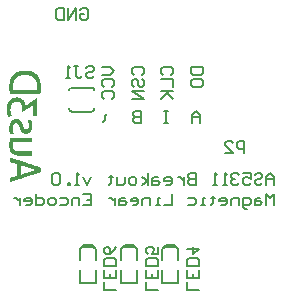
<source format=gbo>
G04 Layer_Color=32896*
%FSLAX44Y44*%
%MOMM*%
G71*
G01*
G75*
%ADD23C,0.2032*%
%ADD24C,0.1270*%
%ADD26C,0.1800*%
%ADD37C,0.2000*%
G36*
X-109915Y23486D02*
X-109732Y23470D01*
X-109565Y23453D01*
X-109432Y23436D01*
X-109315Y23420D01*
X-109248Y23403D01*
X-109232D01*
X-108882Y23336D01*
X-108715Y23303D01*
X-108582Y23270D01*
X-108465Y23220D01*
X-108365Y23203D01*
X-108315Y23170D01*
X-108299D01*
X-107999Y23020D01*
X-107865Y22953D01*
X-107749Y22887D01*
X-107649Y22836D01*
X-107582Y22787D01*
X-107532Y22770D01*
X-107515Y22753D01*
X-107265Y22587D01*
X-107065Y22437D01*
X-106982Y22370D01*
X-106916Y22320D01*
X-106882Y22287D01*
X-106866Y22270D01*
X-106649Y22053D01*
X-106482Y21853D01*
X-106416Y21770D01*
X-106366Y21703D01*
X-106332Y21670D01*
X-106316Y21653D01*
X-106132Y21404D01*
X-105982Y21170D01*
X-105933Y21070D01*
X-105883Y20987D01*
X-105866Y20937D01*
X-105849Y20920D01*
X-105716Y20637D01*
X-105649Y20504D01*
X-105599Y20370D01*
X-105549Y20271D01*
X-105516Y20187D01*
X-105483Y20137D01*
Y20120D01*
X-105366Y19821D01*
X-105316Y19671D01*
X-105283Y19554D01*
X-105233Y19437D01*
X-105216Y19354D01*
X-105183Y19304D01*
Y19287D01*
X-105116Y19121D01*
X-105083Y18987D01*
X-105049Y18904D01*
X-105033Y18854D01*
Y18821D01*
X-105016Y18787D01*
X-104999Y18737D01*
X-104983Y18671D01*
X-104916Y18504D01*
X-104833Y18288D01*
X-104766Y18071D01*
X-104699Y17888D01*
X-104666Y17821D01*
X-104649Y17754D01*
X-104633Y17721D01*
Y17704D01*
X-104566Y17471D01*
X-104500Y17271D01*
X-104466Y17188D01*
X-104450Y17121D01*
X-104433Y17088D01*
Y17071D01*
X-104333Y16855D01*
X-104266Y16671D01*
X-104233Y16588D01*
X-104216Y16538D01*
X-104200Y16505D01*
Y16488D01*
X-104116Y16288D01*
X-104050Y16121D01*
X-104016Y16055D01*
X-103983Y16005D01*
X-103966Y15972D01*
Y15955D01*
X-103866Y15788D01*
X-103766Y15638D01*
X-103700Y15538D01*
X-103683Y15522D01*
Y15505D01*
X-103566Y15338D01*
X-103466Y15222D01*
X-103383Y15138D01*
X-103350Y15105D01*
X-103216Y14988D01*
X-103083Y14905D01*
X-102983Y14839D01*
X-102966Y14822D01*
X-102950D01*
X-102783Y14739D01*
X-102633Y14672D01*
X-102517Y14639D01*
X-102500Y14622D01*
X-102483D01*
X-102283Y14589D01*
X-102100Y14572D01*
X-102034Y14555D01*
X-101917D01*
X-101700Y14572D01*
X-101500Y14605D01*
X-101334Y14639D01*
X-101184Y14689D01*
X-101067Y14739D01*
X-100967Y14789D01*
X-100917Y14805D01*
X-100900Y14822D01*
X-100750Y14938D01*
X-100617Y15055D01*
X-100517Y15188D01*
X-100417Y15305D01*
X-100351Y15422D01*
X-100301Y15505D01*
X-100267Y15572D01*
X-100251Y15588D01*
X-100101Y15988D01*
X-100051Y16171D01*
X-100001Y16338D01*
X-99951Y16488D01*
X-99917Y16605D01*
X-99901Y16671D01*
Y16705D01*
X-99834Y17155D01*
X-99817Y17355D01*
X-99801Y17555D01*
X-99784Y17721D01*
Y17838D01*
Y17921D01*
Y17954D01*
Y18188D01*
X-99801Y18404D01*
Y18621D01*
X-99817Y18804D01*
X-99834Y18954D01*
Y19071D01*
X-99851Y19137D01*
Y19171D01*
X-99917Y19587D01*
X-99951Y19787D01*
X-99984Y19954D01*
X-100017Y20104D01*
X-100034Y20204D01*
X-100067Y20287D01*
Y20304D01*
X-100151Y20704D01*
X-100201Y20870D01*
X-100234Y21020D01*
X-100267Y21154D01*
X-100301Y21254D01*
X-100317Y21320D01*
Y21337D01*
X-100417Y21670D01*
X-100467Y21820D01*
X-100517Y21953D01*
X-100550Y22070D01*
X-100584Y22153D01*
X-100601Y22203D01*
Y22220D01*
X-100367Y22320D01*
X-100167Y22403D01*
X-100084Y22420D01*
X-100017Y22453D01*
X-99984Y22470D01*
X-99967D01*
X-99717Y22553D01*
X-99501Y22636D01*
X-99417Y22653D01*
X-99351Y22670D01*
X-99301Y22687D01*
X-99284D01*
X-99018Y22753D01*
X-98901Y22787D01*
X-98784Y22803D01*
X-98701Y22820D01*
X-98634Y22836D01*
X-98584Y22853D01*
X-98568D01*
X-98301Y22903D01*
X-98068Y22936D01*
X-97968Y22953D01*
X-97901Y22970D01*
X-97835D01*
X-97718Y22570D01*
X-97651Y22387D01*
X-97601Y22220D01*
X-97568Y22070D01*
X-97535Y21953D01*
X-97501Y21887D01*
Y21853D01*
X-97385Y21420D01*
X-97335Y21204D01*
X-97301Y21004D01*
X-97251Y20837D01*
X-97235Y20704D01*
X-97201Y20620D01*
Y20587D01*
X-97118Y20104D01*
X-97085Y19871D01*
X-97051Y19671D01*
X-97035Y19487D01*
X-97018Y19354D01*
X-97001Y19271D01*
Y19237D01*
X-96968Y18737D01*
Y18488D01*
X-96951Y18288D01*
Y18104D01*
Y17954D01*
Y17871D01*
Y17854D01*
Y17838D01*
X-96968Y17221D01*
X-97001Y16671D01*
X-97035Y16405D01*
X-97068Y16155D01*
X-97101Y15938D01*
X-97118Y15722D01*
X-97151Y15538D01*
X-97185Y15372D01*
X-97218Y15222D01*
X-97251Y15105D01*
X-97268Y15005D01*
X-97285Y14938D01*
X-97301Y14888D01*
Y14872D01*
X-97451Y14405D01*
X-97618Y13989D01*
X-97801Y13622D01*
X-97985Y13306D01*
X-98134Y13056D01*
X-98201Y12956D01*
X-98268Y12872D01*
X-98318Y12789D01*
X-98351Y12739D01*
X-98368Y12722D01*
X-98384Y12706D01*
X-98668Y12389D01*
X-98951Y12123D01*
X-99234Y11906D01*
X-99501Y11723D01*
X-99734Y11573D01*
X-99917Y11473D01*
X-99984Y11439D01*
X-100034Y11406D01*
X-100067Y11389D01*
X-100084D01*
X-100450Y11239D01*
X-100834Y11140D01*
X-101200Y11056D01*
X-101550Y11006D01*
X-101833Y10973D01*
X-101967D01*
X-102067Y10956D01*
X-102283D01*
X-102617Y10973D01*
X-102917Y10990D01*
X-103183Y11040D01*
X-103433Y11090D01*
X-103633Y11123D01*
X-103766Y11173D01*
X-103866Y11190D01*
X-103883Y11206D01*
X-103900D01*
X-104166Y11323D01*
X-104416Y11439D01*
X-104633Y11573D01*
X-104816Y11706D01*
X-104966Y11823D01*
X-105083Y11923D01*
X-105149Y11989D01*
X-105183Y12006D01*
X-105383Y12206D01*
X-105566Y12439D01*
X-105732Y12656D01*
X-105883Y12872D01*
X-106016Y13072D01*
X-106116Y13222D01*
X-106182Y13322D01*
X-106199Y13339D01*
Y13356D01*
X-106382Y13689D01*
X-106549Y14022D01*
X-106716Y14355D01*
X-106849Y14672D01*
X-106949Y14938D01*
X-106999Y15055D01*
X-107049Y15155D01*
X-107065Y15222D01*
X-107099Y15288D01*
X-107115Y15322D01*
Y15338D01*
X-107165Y15472D01*
X-107215Y15588D01*
X-107232Y15655D01*
X-107249Y15688D01*
X-107265Y15722D01*
X-107282Y15738D01*
Y15772D01*
X-107315Y15838D01*
X-107365Y15972D01*
X-107432Y16138D01*
X-107482Y16305D01*
X-107549Y16455D01*
X-107582Y16571D01*
X-107599Y16588D01*
Y16605D01*
X-107682Y16855D01*
X-107749Y17071D01*
X-107765Y17171D01*
X-107799Y17238D01*
X-107815Y17271D01*
Y17288D01*
X-107899Y17521D01*
X-107965Y17721D01*
X-107982Y17788D01*
X-108015Y17854D01*
X-108032Y17888D01*
Y17904D01*
X-108132Y18121D01*
X-108215Y18288D01*
X-108249Y18354D01*
X-108282Y18404D01*
X-108299Y18421D01*
Y18438D01*
X-108415Y18621D01*
X-108498Y18787D01*
X-108548Y18854D01*
X-108565Y18904D01*
X-108598Y18921D01*
Y18937D01*
X-108732Y19104D01*
X-108848Y19221D01*
X-108932Y19304D01*
X-108948Y19337D01*
X-108965D01*
X-109115Y19471D01*
X-109248Y19571D01*
X-109365Y19637D01*
X-109382Y19654D01*
X-109398D01*
X-109565Y19754D01*
X-109732Y19821D01*
X-109815Y19837D01*
X-109865Y19854D01*
X-109898Y19871D01*
X-109915D01*
X-110148Y19904D01*
X-110365Y19921D01*
X-110598D01*
X-110831Y19904D01*
X-111031Y19887D01*
X-111098Y19871D01*
X-111164D01*
X-111198Y19854D01*
X-111214D01*
X-111431Y19771D01*
X-111598Y19687D01*
X-111664Y19654D01*
X-111698Y19621D01*
X-111731Y19604D01*
X-111748Y19587D01*
X-111931Y19454D01*
X-112098Y19321D01*
X-112164Y19271D01*
X-112214Y19221D01*
X-112231Y19204D01*
X-112247Y19187D01*
X-112414Y19021D01*
X-112531Y18854D01*
X-112581Y18787D01*
X-112614Y18737D01*
X-112647Y18704D01*
Y18687D01*
X-112764Y18471D01*
X-112864Y18271D01*
X-112897Y18188D01*
X-112931Y18121D01*
X-112947Y18088D01*
Y18071D01*
X-113047Y17821D01*
X-113114Y17605D01*
X-113147Y17505D01*
X-113164Y17438D01*
X-113181Y17388D01*
Y17371D01*
X-113247Y17088D01*
X-113264Y16955D01*
X-113281Y16838D01*
X-113297Y16738D01*
X-113314Y16655D01*
Y16605D01*
Y16588D01*
X-113331Y16305D01*
Y16171D01*
X-113347Y16038D01*
Y15938D01*
Y15855D01*
Y15805D01*
Y15788D01*
X-113331Y15355D01*
Y15172D01*
X-113314Y14988D01*
Y14839D01*
X-113297Y14722D01*
Y14655D01*
Y14622D01*
X-113247Y14189D01*
X-113214Y14005D01*
X-113197Y13822D01*
X-113164Y13672D01*
X-113147Y13556D01*
X-113131Y13489D01*
Y13455D01*
X-113031Y13039D01*
X-112981Y12839D01*
X-112947Y12672D01*
X-112914Y12539D01*
X-112881Y12439D01*
X-112864Y12356D01*
Y12339D01*
X-112731Y11956D01*
X-112681Y11773D01*
X-112614Y11623D01*
X-112564Y11489D01*
X-112531Y11389D01*
X-112514Y11323D01*
X-112497Y11306D01*
X-112764Y11206D01*
X-112897Y11156D01*
X-112997Y11123D01*
X-113097Y11090D01*
X-113164Y11056D01*
X-113214Y11040D01*
X-113231D01*
X-113497Y10940D01*
X-113614Y10906D01*
X-113730Y10873D01*
X-113814Y10840D01*
X-113880Y10806D01*
X-113930Y10790D01*
X-113947D01*
X-114230Y10706D01*
X-114347Y10673D01*
X-114464Y10640D01*
X-114564Y10623D01*
X-114630Y10606D01*
X-114680Y10590D01*
X-114697D01*
X-114964Y10540D01*
X-115180Y10523D01*
X-115280Y10506D01*
X-115347Y10490D01*
X-115413D01*
X-115563Y10906D01*
X-115613Y11106D01*
X-115663Y11273D01*
X-115713Y11439D01*
X-115747Y11556D01*
X-115763Y11623D01*
Y11656D01*
X-115880Y12106D01*
X-115930Y12306D01*
X-115963Y12506D01*
X-115997Y12672D01*
X-116030Y12789D01*
X-116046Y12872D01*
Y12906D01*
X-116130Y13406D01*
X-116163Y13639D01*
X-116180Y13855D01*
X-116213Y14039D01*
Y14172D01*
X-116230Y14272D01*
Y14305D01*
X-116263Y14888D01*
Y15155D01*
X-116280Y15405D01*
Y15605D01*
Y15772D01*
Y15838D01*
Y15888D01*
Y15905D01*
Y15922D01*
Y16238D01*
X-116263Y16538D01*
X-116247Y16821D01*
X-116230Y17055D01*
X-116213Y17255D01*
X-116196Y17405D01*
X-116180Y17505D01*
Y17538D01*
X-116130Y17821D01*
X-116080Y18104D01*
X-116030Y18354D01*
X-115963Y18571D01*
X-115913Y18754D01*
X-115880Y18904D01*
X-115863Y18987D01*
X-115847Y19021D01*
X-115763Y19287D01*
X-115680Y19521D01*
X-115580Y19754D01*
X-115513Y19937D01*
X-115430Y20104D01*
X-115380Y20220D01*
X-115347Y20287D01*
X-115330Y20320D01*
X-115213Y20537D01*
X-115097Y20754D01*
X-114980Y20937D01*
X-114880Y21104D01*
X-114780Y21237D01*
X-114713Y21337D01*
X-114664Y21404D01*
X-114647Y21420D01*
X-114497Y21604D01*
X-114347Y21787D01*
X-114197Y21937D01*
X-114064Y22070D01*
X-113964Y22170D01*
X-113880Y22253D01*
X-113814Y22303D01*
X-113797Y22320D01*
X-113431Y22570D01*
X-113264Y22687D01*
X-113114Y22787D01*
X-112981Y22853D01*
X-112864Y22920D01*
X-112797Y22953D01*
X-112781Y22970D01*
X-112364Y23153D01*
X-112164Y23220D01*
X-111981Y23270D01*
X-111831Y23320D01*
X-111714Y23353D01*
X-111648Y23370D01*
X-111614D01*
X-111148Y23453D01*
X-110931Y23470D01*
X-110748Y23486D01*
X-110581Y23503D01*
X-110115D01*
X-109915Y23486D01*
D02*
G37*
G36*
X-97335Y7657D02*
X-97318Y7524D01*
X-97301Y7424D01*
Y7407D01*
Y7390D01*
X-97285Y7224D01*
Y7074D01*
X-97268Y7007D01*
Y6974D01*
Y6941D01*
Y6924D01*
X-97251Y6757D01*
Y6607D01*
Y6507D01*
Y6491D01*
Y6474D01*
X-97235Y6324D01*
X-97218Y6191D01*
Y6091D01*
Y6074D01*
Y6057D01*
Y5891D01*
X-97235Y5757D01*
X-97251Y5658D01*
Y5641D01*
Y5624D01*
Y5458D01*
Y5324D01*
X-97268Y5208D01*
Y5191D01*
Y5174D01*
X-97285Y4991D01*
Y4841D01*
X-97301Y4741D01*
Y4724D01*
Y4708D01*
X-97318Y4541D01*
X-97351Y4408D01*
X-97368Y4325D01*
Y4308D01*
Y4291D01*
X-112897D01*
X-113031Y3791D01*
X-113081Y3541D01*
X-113114Y3325D01*
X-113147Y3125D01*
X-113181Y2975D01*
X-113197Y2875D01*
Y2858D01*
Y2842D01*
X-113247Y2258D01*
X-113264Y1975D01*
Y1709D01*
X-113281Y1475D01*
Y1309D01*
Y1242D01*
Y1192D01*
Y1159D01*
Y1142D01*
X-113264Y709D01*
Y509D01*
X-113247Y342D01*
Y192D01*
X-113231Y92D01*
Y26D01*
Y-8D01*
X-113197Y-208D01*
X-113164Y-391D01*
X-113131Y-558D01*
X-113097Y-707D01*
X-113081Y-841D01*
X-113047Y-924D01*
X-113031Y-991D01*
Y-1007D01*
X-112931Y-1341D01*
X-112864Y-1491D01*
X-112814Y-1624D01*
X-112764Y-1741D01*
X-112714Y-1824D01*
X-112697Y-1874D01*
X-112681Y-1891D01*
X-112497Y-2157D01*
X-112414Y-2290D01*
X-112331Y-2390D01*
X-112264Y-2474D01*
X-112198Y-2540D01*
X-112164Y-2590D01*
X-112148Y-2607D01*
X-111881Y-2824D01*
X-111631Y-3007D01*
X-111514Y-3074D01*
X-111431Y-3124D01*
X-111381Y-3157D01*
X-111364Y-3174D01*
X-111014Y-3340D01*
X-110848Y-3407D01*
X-110698Y-3473D01*
X-110548Y-3507D01*
X-110448Y-3540D01*
X-110381Y-3573D01*
X-110348D01*
X-109915Y-3690D01*
X-109698Y-3723D01*
X-109498Y-3757D01*
X-109332Y-3790D01*
X-109198Y-3807D01*
X-109115Y-3823D01*
X-109082D01*
X-108532Y-3857D01*
X-108265Y-3873D01*
X-108015D01*
X-107799Y-3890D01*
X-97368D01*
X-97335Y-4057D01*
X-97318Y-4190D01*
X-97301Y-4290D01*
Y-4307D01*
Y-4323D01*
X-97285Y-4490D01*
Y-4640D01*
X-97268Y-4757D01*
Y-4773D01*
Y-4790D01*
X-97251Y-4973D01*
Y-5140D01*
Y-5206D01*
Y-5256D01*
Y-5273D01*
Y-5290D01*
X-97235Y-5440D01*
X-97218Y-5573D01*
Y-5673D01*
Y-5689D01*
Y-5706D01*
Y-5839D01*
X-97235Y-5973D01*
X-97251Y-6073D01*
Y-6089D01*
Y-6106D01*
Y-6256D01*
Y-6406D01*
X-97268Y-6473D01*
Y-6523D01*
Y-6556D01*
Y-6573D01*
X-97285Y-6789D01*
X-97318Y-6973D01*
X-97335Y-7122D01*
Y-7239D01*
X-97351Y-7339D01*
X-97368Y-7422D01*
Y-7456D01*
Y-7472D01*
X-107632D01*
X-108149Y-7456D01*
X-108615Y-7439D01*
X-109032Y-7406D01*
X-109398Y-7372D01*
X-109565Y-7356D01*
X-109715Y-7339D01*
X-109831D01*
X-109931Y-7322D01*
X-110015Y-7306D01*
X-110081Y-7289D01*
X-110131D01*
X-110531Y-7222D01*
X-110914Y-7139D01*
X-111248Y-7056D01*
X-111531Y-6973D01*
X-111764Y-6906D01*
X-111948Y-6839D01*
X-112014Y-6823D01*
X-112064Y-6806D01*
X-112081Y-6789D01*
X-112098D01*
X-112397Y-6656D01*
X-112697Y-6523D01*
X-112947Y-6389D01*
X-113164Y-6256D01*
X-113347Y-6139D01*
X-113481Y-6056D01*
X-113564Y-5990D01*
X-113597Y-5973D01*
X-113830Y-5789D01*
X-114047Y-5606D01*
X-114247Y-5440D01*
X-114414Y-5273D01*
X-114547Y-5140D01*
X-114647Y-5023D01*
X-114713Y-4956D01*
X-114730Y-4923D01*
X-114897Y-4690D01*
X-115047Y-4473D01*
X-115180Y-4257D01*
X-115297Y-4057D01*
X-115380Y-3890D01*
X-115463Y-3757D01*
X-115497Y-3673D01*
X-115513Y-3640D01*
X-115713Y-3107D01*
X-115797Y-2857D01*
X-115863Y-2624D01*
X-115913Y-2440D01*
X-115947Y-2290D01*
X-115980Y-2190D01*
Y-2157D01*
X-116030Y-1857D01*
X-116080Y-1574D01*
X-116113Y-1291D01*
X-116146Y-1041D01*
X-116180Y-841D01*
X-116196Y-674D01*
Y-624D01*
X-116213Y-574D01*
Y-558D01*
Y-541D01*
X-116230Y-224D01*
X-116247Y92D01*
X-116263Y376D01*
Y642D01*
X-116280Y875D01*
Y1042D01*
Y1109D01*
Y1159D01*
Y1175D01*
Y1192D01*
Y1542D01*
X-116263Y1875D01*
Y2175D01*
X-116247Y2458D01*
X-116230Y2692D01*
Y2875D01*
X-116213Y2942D01*
Y2992D01*
Y3008D01*
Y3025D01*
X-116180Y3358D01*
X-116130Y3675D01*
X-116096Y3975D01*
X-116046Y4241D01*
X-116013Y4475D01*
X-115980Y4641D01*
Y4708D01*
X-115963Y4758D01*
Y4774D01*
Y4791D01*
X-115897Y5124D01*
X-115847Y5424D01*
X-115780Y5707D01*
X-115730Y5941D01*
X-115697Y6157D01*
X-115663Y6307D01*
X-115630Y6407D01*
Y6441D01*
X-115563Y6707D01*
X-115497Y6957D01*
X-115430Y7190D01*
X-115380Y7407D01*
X-115347Y7574D01*
X-115313Y7690D01*
X-115280Y7774D01*
Y7807D01*
X-97368D01*
X-97335Y7657D01*
D02*
G37*
G36*
X-115547Y-9055D02*
X-115280Y-9139D01*
X-115030Y-9222D01*
X-114813Y-9289D01*
X-114647Y-9339D01*
X-114514Y-9389D01*
X-114430Y-9405D01*
X-114397Y-9422D01*
X-114164Y-9489D01*
X-113947Y-9555D01*
X-113764Y-9622D01*
X-113597Y-9672D01*
X-113447Y-9705D01*
X-113347Y-9739D01*
X-113281Y-9772D01*
X-113264D01*
X-112847Y-9905D01*
X-112497Y-10038D01*
X-112198Y-10138D01*
X-111948Y-10205D01*
X-111764Y-10272D01*
X-111631Y-10322D01*
X-111548Y-10338D01*
X-111514Y-10355D01*
X-111281Y-10438D01*
X-111048Y-10505D01*
X-110815Y-10588D01*
X-110581Y-10655D01*
X-110398Y-10722D01*
X-110248Y-10772D01*
X-110148Y-10805D01*
X-110131Y-10822D01*
X-110115D01*
X-109915Y-10872D01*
X-109732Y-10921D01*
X-109665Y-10955D01*
X-109598Y-10971D01*
X-109565Y-10988D01*
X-109548D01*
X-109298Y-11071D01*
X-109082Y-11155D01*
X-108982Y-11171D01*
X-108915Y-11205D01*
X-108865Y-11221D01*
X-108848D01*
X-108548Y-11321D01*
X-108399Y-11355D01*
X-108265Y-11405D01*
X-108149Y-11438D01*
X-108065Y-11471D01*
X-107999Y-11505D01*
X-107982D01*
X-107615Y-11621D01*
X-107432Y-11688D01*
X-107265Y-11738D01*
X-107132Y-11788D01*
X-107015Y-11821D01*
X-106949Y-11838D01*
X-106916Y-11855D01*
X-106549Y-11971D01*
X-106182Y-12088D01*
X-105816Y-12205D01*
X-105466Y-12321D01*
X-105166Y-12405D01*
X-105033Y-12455D01*
X-104933Y-12488D01*
X-104833Y-12521D01*
X-104766Y-12538D01*
X-104733Y-12555D01*
X-104716D01*
X-104233Y-12721D01*
X-103716Y-12888D01*
X-103233Y-13038D01*
X-102767Y-13188D01*
X-102550Y-13254D01*
X-102367Y-13321D01*
X-102200Y-13388D01*
X-102050Y-13421D01*
X-101933Y-13471D01*
X-101833Y-13504D01*
X-101784Y-13521D01*
X-101767D01*
X-101350Y-13654D01*
X-100934Y-13787D01*
X-100084Y-14071D01*
X-99234Y-14337D01*
X-98834Y-14471D01*
X-98451Y-14604D01*
X-98084Y-14721D01*
X-97768Y-14820D01*
X-97468Y-14921D01*
X-97218Y-15004D01*
X-97018Y-15071D01*
X-96868Y-15104D01*
X-96768Y-15137D01*
X-96735Y-15154D01*
X-96185Y-15337D01*
X-95602Y-15520D01*
X-94452Y-15904D01*
X-93869Y-16087D01*
X-93302Y-16270D01*
X-92769Y-16437D01*
X-92253Y-16603D01*
X-91769Y-16770D01*
X-91320Y-16903D01*
X-90936Y-17037D01*
X-90586Y-17137D01*
X-90436Y-17187D01*
X-90320Y-17237D01*
X-90203Y-17270D01*
X-90103Y-17303D01*
X-90036Y-17320D01*
X-89986Y-17337D01*
X-89953Y-17353D01*
X-89937D01*
X-89903Y-17536D01*
X-89887Y-17703D01*
Y-17770D01*
X-89870Y-17820D01*
Y-17836D01*
Y-17853D01*
X-89853Y-18053D01*
Y-18220D01*
X-89837Y-18303D01*
Y-18353D01*
Y-18386D01*
Y-18403D01*
X-89820Y-18603D01*
Y-18770D01*
Y-18836D01*
Y-18886D01*
Y-18920D01*
Y-18936D01*
X-89803Y-19119D01*
Y-19286D01*
Y-19353D01*
Y-19403D01*
Y-19436D01*
Y-19453D01*
Y-19653D01*
Y-19819D01*
X-89820Y-19903D01*
Y-19953D01*
Y-19986D01*
Y-20003D01*
Y-20203D01*
Y-20386D01*
X-89837Y-20452D01*
Y-20502D01*
Y-20536D01*
Y-20552D01*
X-89853Y-20752D01*
Y-20919D01*
X-89870Y-20986D01*
Y-21036D01*
Y-21069D01*
Y-21086D01*
X-89887Y-21269D01*
X-89920Y-21419D01*
X-89937Y-21535D01*
Y-21552D01*
Y-21569D01*
X-90237Y-21669D01*
X-90520Y-21752D01*
X-90770Y-21835D01*
X-90986Y-21902D01*
X-91153Y-21969D01*
X-91286Y-22019D01*
X-91369Y-22035D01*
X-91403Y-22052D01*
X-91636Y-22119D01*
X-91836Y-22185D01*
X-92036Y-22252D01*
X-92203Y-22302D01*
X-92336Y-22335D01*
X-92436Y-22369D01*
X-92503Y-22402D01*
X-92519D01*
X-92936Y-22535D01*
X-93286Y-22652D01*
X-93586Y-22752D01*
X-93836Y-22835D01*
X-94036Y-22902D01*
X-94169Y-22952D01*
X-94252Y-22968D01*
X-94285Y-22985D01*
X-94519Y-23068D01*
X-94752Y-23135D01*
X-94985Y-23218D01*
X-95202Y-23285D01*
X-95402Y-23352D01*
X-95552Y-23385D01*
X-95652Y-23418D01*
X-95668Y-23435D01*
X-95685D01*
X-95868Y-23502D01*
X-96052Y-23568D01*
X-96118Y-23585D01*
X-96185Y-23602D01*
X-96218Y-23618D01*
X-96235D01*
X-96485Y-23702D01*
X-96718Y-23768D01*
X-96802Y-23802D01*
X-96885Y-23835D01*
X-96935Y-23852D01*
X-96951D01*
X-97251Y-23951D01*
X-97385Y-23985D01*
X-97518Y-24035D01*
X-97635Y-24068D01*
X-97718Y-24102D01*
X-97785Y-24135D01*
X-97801D01*
X-98168Y-24251D01*
X-98351Y-24318D01*
X-98518Y-24368D01*
X-98668Y-24418D01*
X-98784Y-24451D01*
X-98851Y-24468D01*
X-98884Y-24485D01*
X-99251Y-24601D01*
X-99617Y-24718D01*
X-99984Y-24835D01*
X-100334Y-24951D01*
X-100634Y-25051D01*
X-100767Y-25101D01*
X-100867Y-25135D01*
X-100967Y-25168D01*
X-101034Y-25185D01*
X-101067Y-25201D01*
X-101084D01*
X-101567Y-25351D01*
X-102083Y-25518D01*
X-102567Y-25684D01*
X-103017Y-25818D01*
X-103233Y-25901D01*
X-103416Y-25951D01*
X-103583Y-26018D01*
X-103733Y-26051D01*
X-103850Y-26101D01*
X-103950Y-26134D01*
X-104000Y-26151D01*
X-104016D01*
X-104416Y-26284D01*
X-104849Y-26418D01*
X-105699Y-26701D01*
X-106549Y-26967D01*
X-106949Y-27101D01*
X-107332Y-27234D01*
X-107699Y-27351D01*
X-108032Y-27451D01*
X-108315Y-27551D01*
X-108582Y-27634D01*
X-108782Y-27701D01*
X-108932Y-27734D01*
X-109032Y-27767D01*
X-109048Y-27784D01*
X-109065D01*
X-109615Y-27967D01*
X-110181Y-28150D01*
X-111348Y-28534D01*
X-111914Y-28717D01*
X-112481Y-28900D01*
X-113031Y-29084D01*
X-113547Y-29250D01*
X-114030Y-29400D01*
X-114464Y-29550D01*
X-114864Y-29683D01*
X-115197Y-29783D01*
X-115347Y-29833D01*
X-115463Y-29883D01*
X-115580Y-29917D01*
X-115680Y-29950D01*
X-115747Y-29967D01*
X-115797Y-29983D01*
X-115830Y-30000D01*
X-115847D01*
X-115880Y-29850D01*
X-115913Y-29717D01*
X-115930Y-29617D01*
Y-29600D01*
Y-29583D01*
X-115947Y-29417D01*
Y-29283D01*
X-115963Y-29167D01*
Y-29150D01*
Y-29134D01*
X-115980Y-28950D01*
Y-28784D01*
Y-28734D01*
Y-28684D01*
Y-28650D01*
Y-28634D01*
X-115997Y-28450D01*
Y-28284D01*
Y-28234D01*
Y-28184D01*
Y-28150D01*
Y-28134D01*
Y-27967D01*
X-115980Y-27817D01*
Y-27701D01*
Y-27684D01*
Y-27667D01*
Y-27484D01*
X-115963Y-27334D01*
Y-27267D01*
Y-27217D01*
Y-27201D01*
Y-27184D01*
X-115947Y-27017D01*
Y-26884D01*
X-115930Y-26767D01*
Y-26751D01*
Y-26734D01*
X-115897Y-26551D01*
X-115880Y-26401D01*
X-115863Y-26334D01*
X-115847Y-26284D01*
Y-26268D01*
Y-26251D01*
X-115130Y-26034D01*
X-114447Y-25834D01*
X-113814Y-25651D01*
X-113231Y-25484D01*
X-112697Y-25334D01*
X-112198Y-25185D01*
X-111764Y-25051D01*
X-111364Y-24935D01*
X-111014Y-24835D01*
X-110715Y-24751D01*
X-110448Y-24668D01*
X-110231Y-24618D01*
X-110081Y-24568D01*
X-109965Y-24535D01*
X-109881Y-24501D01*
X-109865D01*
Y-23902D01*
Y-23302D01*
Y-22735D01*
Y-22185D01*
Y-21669D01*
Y-21152D01*
Y-20669D01*
Y-20186D01*
Y-19736D01*
Y-19303D01*
Y-18886D01*
Y-18503D01*
Y-18120D01*
Y-17770D01*
Y-17436D01*
Y-17120D01*
Y-16820D01*
Y-16537D01*
Y-16287D01*
Y-16037D01*
Y-15820D01*
Y-15620D01*
Y-15437D01*
Y-15270D01*
Y-15121D01*
Y-15004D01*
Y-14887D01*
Y-14804D01*
Y-14737D01*
Y-14687D01*
Y-14671D01*
Y-14654D01*
X-110031Y-14604D01*
X-110181Y-14554D01*
X-110315Y-14504D01*
X-110431Y-14471D01*
X-110631Y-14421D01*
X-110765Y-14371D01*
X-110848Y-14354D01*
X-110914Y-14337D01*
X-110948Y-14321D01*
X-110981Y-14304D01*
X-111031D01*
X-111148Y-14254D01*
X-111314Y-14204D01*
X-111481Y-14154D01*
X-111648Y-14104D01*
X-111798Y-14054D01*
X-111898Y-14037D01*
X-111914Y-14021D01*
X-111931D01*
X-112098Y-13971D01*
X-112264Y-13937D01*
X-112347Y-13921D01*
X-112397Y-13904D01*
X-112431Y-13887D01*
X-112448D01*
X-112664Y-13804D01*
X-112881Y-13737D01*
X-112981Y-13704D01*
X-113064Y-13687D01*
X-113114Y-13671D01*
X-113131D01*
X-113314Y-13604D01*
X-113514Y-13537D01*
X-113714Y-13488D01*
X-113880Y-13438D01*
X-114047Y-13388D01*
X-114164Y-13354D01*
X-114247Y-13321D01*
X-114280D01*
X-114547Y-13238D01*
X-114813Y-13154D01*
X-115080Y-13071D01*
X-115313Y-13004D01*
X-115530Y-12938D01*
X-115697Y-12888D01*
X-115763Y-12871D01*
X-115813Y-12854D01*
X-115830Y-12838D01*
X-115847D01*
X-115880Y-12688D01*
X-115913Y-12538D01*
X-115930Y-12438D01*
Y-12421D01*
Y-12405D01*
X-115947Y-12238D01*
Y-12071D01*
X-115963Y-12005D01*
Y-11971D01*
Y-11938D01*
Y-11921D01*
X-115980Y-11755D01*
Y-11588D01*
Y-11521D01*
Y-11488D01*
Y-11455D01*
Y-11438D01*
X-115997Y-11272D01*
Y-11121D01*
Y-11005D01*
Y-10988D01*
Y-10971D01*
Y-10772D01*
X-115980Y-10605D01*
Y-10555D01*
Y-10505D01*
Y-10472D01*
Y-10455D01*
Y-10272D01*
X-115963Y-10088D01*
Y-10022D01*
Y-9972D01*
Y-9938D01*
Y-9922D01*
X-115947Y-9722D01*
Y-9555D01*
X-115930Y-9505D01*
Y-9455D01*
Y-9422D01*
Y-9405D01*
X-115897Y-9222D01*
X-115880Y-9089D01*
X-115847Y-8989D01*
Y-8972D01*
Y-8955D01*
X-115547Y-9055D01*
D02*
G37*
G36*
X-102350Y64493D02*
X-101767Y64476D01*
X-101217Y64426D01*
X-100684Y64376D01*
X-100184Y64309D01*
X-99701Y64243D01*
X-99268Y64159D01*
X-98868Y64093D01*
X-98501Y64009D01*
X-98168Y63926D01*
X-97885Y63859D01*
X-97651Y63793D01*
X-97468Y63743D01*
X-97335Y63693D01*
X-97251Y63676D01*
X-97218Y63659D01*
X-96768Y63493D01*
X-96335Y63309D01*
X-95918Y63109D01*
X-95519Y62910D01*
X-95152Y62693D01*
X-94802Y62493D01*
X-94485Y62276D01*
X-94185Y62076D01*
X-93919Y61877D01*
X-93686Y61710D01*
X-93486Y61543D01*
X-93319Y61410D01*
X-93186Y61293D01*
X-93086Y61193D01*
X-93019Y61143D01*
X-93002Y61127D01*
X-92686Y60793D01*
X-92386Y60460D01*
X-92119Y60110D01*
X-91869Y59744D01*
X-91636Y59394D01*
X-91419Y59044D01*
X-91236Y58694D01*
X-91053Y58377D01*
X-90903Y58061D01*
X-90786Y57794D01*
X-90670Y57528D01*
X-90586Y57311D01*
X-90503Y57144D01*
X-90453Y57011D01*
X-90436Y56928D01*
X-90420Y56894D01*
X-90270Y56411D01*
X-90136Y55911D01*
X-90020Y55395D01*
X-89920Y54895D01*
X-89837Y54378D01*
X-89770Y53895D01*
X-89703Y53412D01*
X-89653Y52962D01*
X-89620Y52545D01*
X-89603Y52162D01*
X-89587Y51812D01*
X-89570Y51512D01*
X-89553Y51279D01*
Y51179D01*
Y51096D01*
Y51029D01*
Y50979D01*
Y50963D01*
Y50946D01*
Y50629D01*
Y50329D01*
Y50046D01*
Y49796D01*
X-89570Y49580D01*
Y49430D01*
Y49363D01*
Y49313D01*
Y49296D01*
Y49280D01*
X-89587Y48963D01*
X-89603Y48646D01*
X-89620Y48347D01*
X-89637Y48097D01*
X-89653Y47863D01*
Y47697D01*
X-89670Y47630D01*
Y47580D01*
Y47564D01*
Y47547D01*
X-89687Y47247D01*
X-89720Y46964D01*
X-89737Y46714D01*
X-89753Y46497D01*
X-89770Y46330D01*
X-89787Y46197D01*
X-89803Y46114D01*
Y46080D01*
X-89853Y45597D01*
X-89870Y45381D01*
X-89887Y45164D01*
X-89903Y44998D01*
X-89920Y44864D01*
X-89937Y44781D01*
Y44748D01*
Y44681D01*
Y44664D01*
Y44614D01*
Y44598D01*
Y44581D01*
X-115847D01*
X-115913Y45047D01*
X-115947Y45264D01*
X-115963Y45481D01*
X-115980Y45647D01*
X-115997Y45797D01*
X-116013Y45881D01*
Y45914D01*
X-116063Y46447D01*
X-116080Y46714D01*
X-116096Y46947D01*
X-116113Y47147D01*
X-116130Y47313D01*
X-116146Y47364D01*
Y47414D01*
Y47430D01*
Y47447D01*
X-116180Y47747D01*
X-116196Y48047D01*
X-116213Y48330D01*
X-116230Y48580D01*
X-116247Y48797D01*
X-116263Y48963D01*
Y49030D01*
Y49080D01*
Y49096D01*
Y49113D01*
Y49430D01*
X-116280Y49730D01*
Y50013D01*
Y50263D01*
Y50479D01*
Y50646D01*
Y50713D01*
Y50763D01*
Y50779D01*
Y50796D01*
X-116263Y51429D01*
X-116247Y52029D01*
X-116196Y52612D01*
X-116146Y53162D01*
X-116096Y53695D01*
X-116013Y54179D01*
X-115947Y54645D01*
X-115863Y55062D01*
X-115797Y55445D01*
X-115713Y55778D01*
X-115647Y56078D01*
X-115597Y56328D01*
X-115530Y56511D01*
X-115497Y56661D01*
X-115480Y56744D01*
X-115463Y56778D01*
X-115297Y57244D01*
X-115130Y57694D01*
X-114930Y58127D01*
X-114730Y58527D01*
X-114530Y58911D01*
X-114330Y59261D01*
X-114114Y59577D01*
X-113930Y59877D01*
X-113730Y60144D01*
X-113564Y60377D01*
X-113397Y60577D01*
X-113264Y60743D01*
X-113147Y60877D01*
X-113064Y60960D01*
X-113014Y61027D01*
X-112997Y61043D01*
X-112681Y61360D01*
X-112347Y61660D01*
X-112014Y61926D01*
X-111664Y62176D01*
X-111314Y62410D01*
X-110964Y62626D01*
X-110631Y62826D01*
X-110315Y62993D01*
X-110015Y63143D01*
X-109732Y63276D01*
X-109481Y63393D01*
X-109265Y63476D01*
X-109098Y63559D01*
X-108965Y63609D01*
X-108882Y63626D01*
X-108848Y63643D01*
X-108365Y63793D01*
X-107865Y63926D01*
X-107365Y64043D01*
X-106866Y64143D01*
X-106366Y64226D01*
X-105883Y64292D01*
X-105399Y64359D01*
X-104949Y64409D01*
X-104533Y64443D01*
X-104150Y64459D01*
X-103816Y64476D01*
X-103516Y64493D01*
X-103283Y64509D01*
X-102950D01*
X-102350Y64493D01*
D02*
G37*
G36*
X-109132Y41732D02*
X-108948Y41715D01*
X-108765Y41698D01*
X-108632Y41682D01*
X-108515Y41665D01*
X-108432Y41648D01*
X-108415D01*
X-107982Y41565D01*
X-107782Y41515D01*
X-107615Y41465D01*
X-107465Y41415D01*
X-107349Y41382D01*
X-107282Y41365D01*
X-107249Y41348D01*
X-106832Y41182D01*
X-106632Y41098D01*
X-106466Y41015D01*
X-106332Y40932D01*
X-106232Y40882D01*
X-106149Y40848D01*
X-106132Y40832D01*
X-105933Y40715D01*
X-105749Y40599D01*
X-105566Y40482D01*
X-105433Y40365D01*
X-105299Y40282D01*
X-105216Y40199D01*
X-105149Y40149D01*
X-105133Y40132D01*
X-104783Y39815D01*
X-104633Y39666D01*
X-104516Y39532D01*
X-104399Y39399D01*
X-104316Y39299D01*
X-104266Y39232D01*
X-104250Y39216D01*
X-103983Y38832D01*
X-103866Y38649D01*
X-103766Y38466D01*
X-103683Y38316D01*
X-103616Y38199D01*
X-103583Y38133D01*
X-103566Y38099D01*
X-103383Y37616D01*
X-103300Y37383D01*
X-103250Y37183D01*
X-103200Y36999D01*
X-103167Y36866D01*
X-103133Y36766D01*
Y36750D01*
Y36733D01*
X-103050Y36183D01*
X-103017Y35917D01*
X-103000Y35666D01*
X-102983Y35450D01*
Y35300D01*
Y35233D01*
Y35183D01*
Y35167D01*
Y35150D01*
Y35067D01*
Y35033D01*
Y35017D01*
Y34950D01*
Y34900D01*
Y34867D01*
Y34850D01*
Y34767D01*
Y34750D01*
Y34733D01*
X-103000Y34650D01*
X-103017Y34617D01*
Y34600D01*
X-102400Y35000D01*
X-101800Y35400D01*
X-101234Y35783D01*
X-100684Y36150D01*
X-100151Y36500D01*
X-99634Y36833D01*
X-99134Y37166D01*
X-98651Y37483D01*
X-98201Y37783D01*
X-97751Y38066D01*
X-97335Y38349D01*
X-96935Y38616D01*
X-96552Y38866D01*
X-96202Y39099D01*
X-95852Y39316D01*
X-95535Y39532D01*
X-95235Y39732D01*
X-94952Y39915D01*
X-94685Y40099D01*
X-94435Y40249D01*
X-94219Y40399D01*
X-94019Y40532D01*
X-93819Y40665D01*
X-93652Y40765D01*
X-93519Y40865D01*
X-93386Y40949D01*
X-93286Y41015D01*
X-93186Y41082D01*
X-93119Y41132D01*
X-93069Y41149D01*
X-93052Y41182D01*
X-93036D01*
X-92852Y41065D01*
X-92719Y40982D01*
X-92636Y40932D01*
X-92619Y40915D01*
Y40599D01*
Y40449D01*
Y40332D01*
Y40232D01*
Y40165D01*
Y40115D01*
Y40099D01*
Y39849D01*
Y39649D01*
Y39582D01*
Y39516D01*
Y39482D01*
Y39466D01*
Y39166D01*
Y38899D01*
Y38682D01*
Y38516D01*
Y38382D01*
Y38282D01*
Y38233D01*
Y38216D01*
Y38049D01*
Y37866D01*
Y37666D01*
Y37449D01*
Y37266D01*
Y37116D01*
Y36999D01*
Y36983D01*
Y36966D01*
Y36800D01*
Y36633D01*
Y36566D01*
Y36516D01*
Y36483D01*
Y36466D01*
Y36266D01*
Y36066D01*
Y35983D01*
Y35933D01*
Y35883D01*
Y35866D01*
Y35666D01*
Y35467D01*
Y35250D01*
Y35067D01*
Y34900D01*
Y34750D01*
Y34667D01*
Y34650D01*
Y34634D01*
Y34367D01*
Y34084D01*
Y33800D01*
Y33534D01*
Y33317D01*
Y33134D01*
Y33067D01*
Y33017D01*
Y32984D01*
Y32967D01*
Y32501D01*
Y32018D01*
Y31551D01*
Y31101D01*
Y30901D01*
Y30718D01*
Y30551D01*
Y30401D01*
Y30301D01*
Y30201D01*
Y30151D01*
Y30135D01*
Y29501D01*
Y28852D01*
Y28218D01*
Y27902D01*
Y27619D01*
Y27352D01*
Y27102D01*
Y26869D01*
Y26686D01*
Y26535D01*
Y26419D01*
Y26352D01*
Y26319D01*
X-92753Y26286D01*
X-92886Y26269D01*
X-92986Y26252D01*
X-93002Y26236D01*
X-93019D01*
X-93169Y26219D01*
X-93302D01*
X-93402Y26202D01*
X-93436D01*
X-93602Y26186D01*
X-93736D01*
X-93836Y26169D01*
X-94569D01*
X-94702Y26186D01*
X-94935D01*
X-95019Y26202D01*
X-95085D01*
X-95352Y26236D01*
X-95485Y26252D01*
X-95585Y26269D01*
X-95685Y26286D01*
X-95752Y26302D01*
X-95802Y26319D01*
X-95818D01*
Y26885D01*
Y27435D01*
Y27968D01*
Y28485D01*
Y28985D01*
Y29468D01*
Y29935D01*
Y30368D01*
Y30801D01*
Y31201D01*
Y31584D01*
Y31967D01*
Y32317D01*
Y32651D01*
Y32967D01*
Y33267D01*
Y33534D01*
Y33800D01*
Y34050D01*
Y34267D01*
Y34483D01*
Y34667D01*
Y34833D01*
Y34983D01*
Y35133D01*
Y35250D01*
Y35350D01*
Y35417D01*
Y35483D01*
Y35533D01*
Y35550D01*
Y35567D01*
X-96402Y35200D01*
X-96968Y34833D01*
X-97518Y34500D01*
X-98034Y34167D01*
X-98551Y33834D01*
X-99034Y33534D01*
X-99517Y33234D01*
X-99967Y32934D01*
X-100400Y32667D01*
X-100817Y32401D01*
X-101217Y32151D01*
X-101600Y31901D01*
X-101950Y31684D01*
X-102300Y31468D01*
X-102617Y31251D01*
X-102933Y31068D01*
X-103216Y30884D01*
X-103483Y30701D01*
X-103733Y30551D01*
X-103966Y30401D01*
X-104183Y30268D01*
X-104366Y30135D01*
X-104550Y30035D01*
X-104699Y29935D01*
X-104849Y29835D01*
X-104966Y29768D01*
X-105066Y29701D01*
X-105149Y29651D01*
X-105216Y29601D01*
X-105266Y29568D01*
X-105283Y29551D01*
X-105299D01*
X-105383Y29601D01*
X-105416Y29635D01*
X-105449D01*
X-105483Y29668D01*
X-105533Y29701D01*
X-105599Y29735D01*
X-105666Y29785D01*
X-105732Y29818D01*
X-105766Y29835D01*
X-105782Y29851D01*
X-105732Y30118D01*
X-105682Y30335D01*
X-105666Y30435D01*
Y30501D01*
X-105649Y30551D01*
Y30568D01*
X-105599Y30851D01*
X-105583Y30968D01*
X-105566Y31084D01*
Y31184D01*
X-105549Y31251D01*
Y31301D01*
Y31318D01*
X-105533Y31584D01*
Y31801D01*
X-105516Y31901D01*
Y31967D01*
Y32018D01*
Y32034D01*
X-105499Y32301D01*
Y32434D01*
Y32534D01*
Y32634D01*
Y32701D01*
Y32751D01*
Y32767D01*
X-105516Y33201D01*
X-105533Y33600D01*
X-105583Y33967D01*
X-105632Y34283D01*
X-105682Y34550D01*
X-105699Y34650D01*
X-105716Y34750D01*
X-105732Y34817D01*
X-105749Y34867D01*
X-105766Y34900D01*
Y34917D01*
X-105883Y35267D01*
X-106016Y35583D01*
X-106149Y35883D01*
X-106282Y36133D01*
X-106399Y36333D01*
X-106499Y36500D01*
X-106566Y36600D01*
X-106582Y36633D01*
X-106799Y36899D01*
X-107015Y37116D01*
X-107249Y37299D01*
X-107465Y37466D01*
X-107649Y37583D01*
X-107815Y37666D01*
X-107915Y37716D01*
X-107932Y37733D01*
X-107949D01*
X-108265Y37866D01*
X-108598Y37949D01*
X-108932Y38016D01*
X-109232Y38066D01*
X-109498Y38099D01*
X-109615D01*
X-109715Y38116D01*
X-110165D01*
X-110431Y38099D01*
X-110665Y38066D01*
X-110864Y38049D01*
X-111048Y38016D01*
X-111164Y37983D01*
X-111248Y37966D01*
X-111281D01*
X-111498Y37916D01*
X-111714Y37849D01*
X-111898Y37799D01*
X-112064Y37733D01*
X-112214Y37666D01*
X-112314Y37633D01*
X-112381Y37599D01*
X-112397Y37583D01*
X-112581Y37483D01*
X-112764Y37383D01*
X-112914Y37266D01*
X-113064Y37183D01*
X-113164Y37099D01*
X-113264Y37033D01*
X-113314Y36983D01*
X-113331Y36966D01*
X-113631Y36700D01*
X-113764Y36566D01*
X-113864Y36433D01*
X-113964Y36333D01*
X-114030Y36250D01*
X-114064Y36183D01*
X-114080Y36166D01*
X-114314Y35833D01*
X-114414Y35666D01*
X-114480Y35517D01*
X-114547Y35400D01*
X-114597Y35283D01*
X-114630Y35217D01*
X-114647Y35200D01*
X-114797Y34817D01*
X-114864Y34634D01*
X-114914Y34450D01*
X-114964Y34300D01*
X-114997Y34184D01*
X-115030Y34117D01*
Y34084D01*
X-115113Y33634D01*
X-115163Y33417D01*
X-115180Y33234D01*
X-115213Y33067D01*
X-115230Y32951D01*
X-115247Y32867D01*
Y32834D01*
X-115280Y32367D01*
X-115297Y32134D01*
Y31934D01*
X-115313Y31751D01*
Y31618D01*
Y31534D01*
Y31501D01*
Y31201D01*
X-115297Y30918D01*
Y30668D01*
X-115280Y30435D01*
X-115263Y30235D01*
Y30101D01*
X-115247Y30001D01*
Y29985D01*
Y29968D01*
X-115213Y29701D01*
X-115180Y29451D01*
X-115147Y29235D01*
X-115113Y29018D01*
X-115080Y28852D01*
X-115047Y28735D01*
X-115030Y28652D01*
Y28618D01*
X-114897Y28152D01*
X-114847Y27952D01*
X-114797Y27768D01*
X-114747Y27602D01*
X-114713Y27485D01*
X-114680Y27419D01*
Y27385D01*
X-114530Y26952D01*
X-114464Y26752D01*
X-114397Y26569D01*
X-114347Y26419D01*
X-114297Y26302D01*
X-114280Y26236D01*
X-114264Y26202D01*
X-114530Y26052D01*
X-114664Y25986D01*
X-114763Y25936D01*
X-114864Y25886D01*
X-114930Y25852D01*
X-114980Y25836D01*
X-114997Y25819D01*
X-115263Y25702D01*
X-115397Y25652D01*
X-115513Y25602D01*
X-115613Y25552D01*
X-115680Y25536D01*
X-115730Y25503D01*
X-115747D01*
X-116013Y25403D01*
X-116146Y25352D01*
X-116263Y25319D01*
X-116363Y25286D01*
X-116446Y25252D01*
X-116496Y25236D01*
X-116513D01*
X-116796Y25169D01*
X-116930Y25153D01*
X-117046Y25119D01*
X-117146Y25103D01*
X-117230D01*
X-117280Y25086D01*
X-117296D01*
X-117513Y25652D01*
X-117596Y25919D01*
X-117679Y26152D01*
X-117746Y26352D01*
X-117779Y26519D01*
X-117813Y26619D01*
X-117829Y26635D01*
Y26652D01*
X-117979Y27219D01*
X-118046Y27485D01*
X-118096Y27735D01*
X-118129Y27935D01*
X-118163Y28102D01*
X-118196Y28202D01*
Y28218D01*
Y28235D01*
X-118279Y28818D01*
X-118329Y29102D01*
X-118346Y29351D01*
X-118379Y29551D01*
X-118396Y29718D01*
Y29785D01*
X-118413Y29835D01*
Y29851D01*
Y29868D01*
X-118429Y30185D01*
X-118446Y30501D01*
X-118463Y30801D01*
Y31068D01*
X-118479Y31284D01*
Y31468D01*
Y31534D01*
Y31584D01*
Y31601D01*
Y31618D01*
Y32001D01*
X-118463Y32367D01*
X-118446Y32717D01*
X-118413Y33017D01*
X-118396Y33267D01*
Y33367D01*
X-118379Y33467D01*
Y33534D01*
X-118363Y33584D01*
Y33617D01*
Y33634D01*
X-118296Y34000D01*
X-118229Y34350D01*
X-118163Y34667D01*
X-118113Y34950D01*
X-118046Y35200D01*
X-117996Y35383D01*
X-117979Y35450D01*
Y35500D01*
X-117963Y35517D01*
Y35533D01*
X-117863Y35866D01*
X-117746Y36183D01*
X-117629Y36483D01*
X-117529Y36750D01*
X-117430Y36966D01*
X-117363Y37133D01*
X-117330Y37183D01*
X-117313Y37233D01*
X-117296Y37250D01*
Y37266D01*
X-117146Y37549D01*
X-116980Y37833D01*
X-116813Y38083D01*
X-116663Y38316D01*
X-116530Y38499D01*
X-116430Y38649D01*
X-116347Y38732D01*
X-116330Y38766D01*
X-116113Y39016D01*
X-115897Y39249D01*
X-115697Y39449D01*
X-115513Y39632D01*
X-115347Y39782D01*
X-115213Y39899D01*
X-115130Y39982D01*
X-115097Y39999D01*
X-114830Y40182D01*
X-114564Y40365D01*
X-114297Y40515D01*
X-114064Y40665D01*
X-113864Y40765D01*
X-113697Y40865D01*
X-113647Y40898D01*
X-113597Y40915D01*
X-113581Y40932D01*
X-113564D01*
X-113247Y41082D01*
X-112914Y41198D01*
X-112597Y41298D01*
X-112314Y41398D01*
X-112081Y41465D01*
X-111964Y41482D01*
X-111881Y41515D01*
X-111814Y41532D01*
X-111764D01*
X-111731Y41548D01*
X-111714D01*
X-111331Y41615D01*
X-110964Y41665D01*
X-110598Y41698D01*
X-110265Y41732D01*
X-109981D01*
X-109865Y41748D01*
X-109565D01*
X-109132Y41732D01*
D02*
G37*
%LPC*%
G36*
X-102483Y60610D02*
X-103366D01*
X-103866Y60577D01*
X-104333Y60560D01*
X-104533Y60543D01*
X-104733Y60527D01*
X-104916Y60510D01*
X-105066Y60493D01*
X-105199Y60477D01*
X-105316Y60460D01*
X-105416Y60444D01*
X-105483D01*
X-105516Y60427D01*
X-105533D01*
X-105982Y60360D01*
X-106399Y60277D01*
X-106782Y60194D01*
X-107099Y60110D01*
X-107365Y60044D01*
X-107482Y60010D01*
X-107582Y59977D01*
X-107649Y59960D01*
X-107699Y59944D01*
X-107732Y59927D01*
X-107749D01*
X-108115Y59794D01*
X-108448Y59660D01*
X-108748Y59510D01*
X-108998Y59394D01*
X-109215Y59277D01*
X-109382Y59177D01*
X-109481Y59110D01*
X-109498Y59094D01*
X-109515D01*
X-109798Y58911D01*
X-110048Y58711D01*
X-110281Y58527D01*
X-110481Y58361D01*
X-110648Y58211D01*
X-110765Y58078D01*
X-110831Y58011D01*
X-110864Y57977D01*
X-111081Y57744D01*
X-111264Y57494D01*
X-111431Y57261D01*
X-111581Y57044D01*
X-111698Y56861D01*
X-111798Y56728D01*
X-111848Y56628D01*
X-111864Y56611D01*
Y56595D01*
X-112014Y56311D01*
X-112148Y56028D01*
X-112247Y55745D01*
X-112347Y55495D01*
X-112414Y55278D01*
X-112464Y55111D01*
X-112497Y55045D01*
Y54995D01*
X-112514Y54978D01*
Y54962D01*
X-112597Y54628D01*
X-112681Y54295D01*
X-112747Y53995D01*
X-112797Y53712D01*
X-112831Y53462D01*
X-112864Y53279D01*
Y53212D01*
X-112881Y53162D01*
Y53129D01*
Y53112D01*
X-112947Y52396D01*
X-112964Y52046D01*
X-112981Y51746D01*
X-112997Y51479D01*
Y51363D01*
Y51262D01*
Y51179D01*
Y51129D01*
Y51096D01*
Y51079D01*
Y50779D01*
Y50646D01*
X-112981Y50529D01*
Y50429D01*
Y50346D01*
Y50296D01*
Y50279D01*
X-112964Y49996D01*
Y49863D01*
Y49746D01*
X-112947Y49663D01*
Y49580D01*
Y49530D01*
Y49513D01*
X-112914Y49230D01*
X-112897Y48980D01*
X-112881Y48763D01*
X-112864Y48580D01*
X-112847Y48447D01*
X-112831Y48347D01*
Y48280D01*
Y48263D01*
X-92969D01*
X-92936Y48497D01*
X-92919Y48713D01*
X-92902Y48797D01*
Y48863D01*
Y48913D01*
Y48930D01*
X-92869Y49213D01*
X-92852Y49330D01*
Y49446D01*
X-92836Y49546D01*
Y49630D01*
Y49680D01*
Y49696D01*
X-92819Y49996D01*
Y50113D01*
Y50246D01*
Y50329D01*
Y50413D01*
Y50463D01*
Y50479D01*
Y50746D01*
Y50879D01*
Y50979D01*
Y51063D01*
Y51146D01*
Y51179D01*
Y51196D01*
Y51579D01*
X-92836Y51946D01*
X-92869Y52279D01*
X-92886Y52579D01*
X-92919Y52829D01*
X-92936Y52945D01*
X-92952Y53029D01*
Y53095D01*
X-92969Y53145D01*
Y53179D01*
Y53195D01*
X-93019Y53545D01*
X-93086Y53878D01*
X-93152Y54195D01*
X-93219Y54462D01*
X-93269Y54695D01*
X-93319Y54862D01*
X-93336Y54928D01*
X-93352Y54978D01*
X-93369Y54995D01*
Y55012D01*
X-93469Y55328D01*
X-93586Y55628D01*
X-93702Y55911D01*
X-93819Y56145D01*
X-93919Y56345D01*
X-94002Y56494D01*
X-94052Y56595D01*
X-94069Y56628D01*
X-94235Y56894D01*
X-94419Y57161D01*
X-94602Y57394D01*
X-94769Y57594D01*
X-94902Y57761D01*
X-95019Y57894D01*
X-95085Y57961D01*
X-95119Y57994D01*
X-95352Y58211D01*
X-95602Y58427D01*
X-95818Y58611D01*
X-96035Y58777D01*
X-96218Y58911D01*
X-96368Y59011D01*
X-96468Y59077D01*
X-96485Y59094D01*
X-96502D01*
X-96802Y59277D01*
X-97101Y59444D01*
X-97401Y59577D01*
X-97668Y59694D01*
X-97885Y59794D01*
X-98068Y59860D01*
X-98134Y59894D01*
X-98184Y59910D01*
X-98218Y59927D01*
X-98234D01*
X-98601Y60044D01*
X-98968Y60144D01*
X-99334Y60227D01*
X-99651Y60310D01*
X-99934Y60360D01*
X-100051Y60377D01*
X-100151Y60394D01*
X-100234Y60410D01*
X-100301Y60427D01*
X-100351D01*
X-100784Y60493D01*
X-101217Y60527D01*
X-101634Y60560D01*
X-102017Y60594D01*
X-102350D01*
X-102483Y60610D01*
D02*
G37*
G36*
X-106649Y-15620D02*
X-106666D01*
Y-16570D01*
Y-17470D01*
Y-18303D01*
Y-19069D01*
Y-19786D01*
Y-20436D01*
Y-21019D01*
Y-21535D01*
Y-22002D01*
Y-22402D01*
Y-22752D01*
Y-23018D01*
Y-23235D01*
Y-23402D01*
Y-23485D01*
Y-23518D01*
X-105849Y-23268D01*
X-105066Y-23035D01*
X-104299Y-22819D01*
X-103566Y-22602D01*
X-102850Y-22385D01*
X-102167Y-22185D01*
X-101500Y-21985D01*
X-100867Y-21802D01*
X-100267Y-21619D01*
X-99684Y-21452D01*
X-99134Y-21286D01*
X-98601Y-21119D01*
X-98101Y-20969D01*
X-97618Y-20836D01*
X-97168Y-20702D01*
X-96735Y-20569D01*
X-96335Y-20452D01*
X-95968Y-20336D01*
X-95618Y-20236D01*
X-95285Y-20136D01*
X-95002Y-20052D01*
X-94719Y-19969D01*
X-94485Y-19903D01*
X-94252Y-19836D01*
X-94069Y-19769D01*
X-93902Y-19719D01*
X-93752Y-19686D01*
X-93636Y-19653D01*
X-93552Y-19619D01*
X-93486Y-19603D01*
X-93452Y-19586D01*
X-93436D01*
X-94252Y-19336D01*
X-95035Y-19103D01*
X-95802Y-18870D01*
X-96535Y-18653D01*
X-97251Y-18436D01*
X-97935Y-18236D01*
X-98601Y-18036D01*
X-99234Y-17853D01*
X-99834Y-17670D01*
X-100417Y-17486D01*
X-100967Y-17320D01*
X-101500Y-17170D01*
X-102000Y-17020D01*
X-102483Y-16870D01*
X-102933Y-16737D01*
X-103366Y-16603D01*
X-103766Y-16487D01*
X-104133Y-16370D01*
X-104483Y-16270D01*
X-104799Y-16170D01*
X-105099Y-16087D01*
X-105383Y-16004D01*
X-105616Y-15937D01*
X-105833Y-15870D01*
X-106032Y-15804D01*
X-106199Y-15754D01*
X-106349Y-15720D01*
X-106466Y-15687D01*
X-106549Y-15654D01*
X-106616Y-15637D01*
X-106649Y-15620D01*
D02*
G37*
%LPD*%
D23*
X-65922Y32380D02*
G03*
X-63382Y29840I2540J0D01*
G01*
X-46745D02*
G03*
X-44205Y32380I0J2540D01*
G01*
Y47620D02*
G03*
X-46745Y50160I-2540J0D01*
G01*
X-63382D02*
G03*
X-65922Y47620I0J-2540D01*
G01*
X-63382Y50160D02*
X-46745D01*
X-63382Y29840D02*
X-46745D01*
D24*
X-53500Y-83250D02*
X-46500D01*
X-43250Y-115500D02*
Y-104500D01*
X-56750Y-115500D02*
Y-104500D01*
Y-115500D02*
X-43250D01*
Y-95500D02*
Y-86500D01*
X-56750Y-95500D02*
Y-86500D01*
X-54750Y-84500D01*
X-55000Y-84750D02*
X-53500Y-83250D01*
X-46500D02*
X-44750Y-85000D01*
X-54750Y-84500D02*
X-45250D01*
X-43250Y-86500D01*
X16500Y-83250D02*
X23500D01*
X26750Y-115500D02*
Y-104500D01*
X13250Y-115500D02*
Y-104500D01*
Y-115500D02*
X26750D01*
Y-95500D02*
Y-86500D01*
X13250Y-95500D02*
Y-86500D01*
X15250Y-84500D01*
X15000Y-84750D02*
X16500Y-83250D01*
X23500D02*
X25250Y-85000D01*
X15250Y-84500D02*
X24750D01*
X26750Y-86500D01*
X-18500Y-83250D02*
X-11500D01*
X-8250Y-115500D02*
Y-104500D01*
X-21750Y-115500D02*
Y-104500D01*
Y-115500D02*
X-8250D01*
Y-95500D02*
Y-86500D01*
X-21750Y-95500D02*
Y-86500D01*
X-19750Y-84500D01*
X-20000Y-84750D02*
X-18500Y-83250D01*
X-11500D02*
X-9750Y-85000D01*
X-19750Y-84500D02*
X-10250D01*
X-8250Y-86500D01*
D26*
X82772Y-5112D02*
Y4885D01*
X77774D01*
X76108Y3219D01*
Y-114D01*
X77774Y-1780D01*
X82772D01*
X66111Y-5112D02*
X72775D01*
X66111Y1552D01*
Y3219D01*
X67777Y4885D01*
X71109D01*
X72775Y3219D01*
X-51551Y66479D02*
X-49885Y68145D01*
X-46553D01*
X-44887Y66479D01*
Y64812D01*
X-46553Y63146D01*
X-49885D01*
X-51551Y61480D01*
Y59814D01*
X-49885Y58148D01*
X-46553D01*
X-44887Y59814D01*
X-61548Y68145D02*
X-58216D01*
X-59882D01*
Y59814D01*
X-58216Y58148D01*
X-56550D01*
X-54884Y59814D01*
X-64880Y58148D02*
X-68213D01*
X-66547D01*
Y68145D01*
X-64880Y66479D01*
X-25863Y-121124D02*
X-35860D01*
Y-114459D01*
X-25863Y-104463D02*
Y-111127D01*
X-35860D01*
Y-104463D01*
X-30862Y-111127D02*
Y-107795D01*
X-25863Y-101130D02*
X-35860D01*
Y-96132D01*
X-34194Y-94466D01*
X-27529D01*
X-25863Y-96132D01*
Y-101130D01*
Y-84469D02*
X-27529Y-87801D01*
X-30862Y-91134D01*
X-34194D01*
X-35860Y-89467D01*
Y-86135D01*
X-34194Y-84469D01*
X-32528D01*
X-30862Y-86135D01*
Y-91134D01*
X44241Y-121124D02*
X34244D01*
Y-114459D01*
X44241Y-104463D02*
Y-111127D01*
X34244D01*
Y-104463D01*
X39242Y-111127D02*
Y-107795D01*
X44241Y-101130D02*
X34244D01*
Y-96132D01*
X35910Y-94466D01*
X42575D01*
X44241Y-96132D01*
Y-101130D01*
X34244Y-86135D02*
X44241D01*
X39242Y-91134D01*
Y-84469D01*
X9189Y-121124D02*
X-808D01*
Y-114459D01*
X9189Y-104463D02*
Y-111127D01*
X-808D01*
Y-104463D01*
X4190Y-111127D02*
Y-107795D01*
X9189Y-101130D02*
X-808D01*
Y-96132D01*
X858Y-94466D01*
X7523D01*
X9189Y-96132D01*
Y-101130D01*
Y-84469D02*
Y-91134D01*
X4190D01*
X5857Y-87801D01*
Y-86135D01*
X4190Y-84469D01*
X858D01*
X-808Y-86135D01*
Y-89467D01*
X858Y-91134D01*
D37*
X108000Y-49668D02*
Y-39671D01*
X104668Y-43003D01*
X101335Y-39671D01*
Y-49668D01*
X96337Y-43003D02*
X93005D01*
X91339Y-44669D01*
Y-49668D01*
X96337D01*
X98003Y-48002D01*
X96337Y-46336D01*
X91339D01*
X84674Y-53000D02*
X83008D01*
X81342Y-51334D01*
Y-43003D01*
X86340D01*
X88006Y-44669D01*
Y-48002D01*
X86340Y-49668D01*
X81342D01*
X78010D02*
Y-43003D01*
X73011D01*
X71345Y-44669D01*
Y-49668D01*
X63014D02*
X66347D01*
X68013Y-48002D01*
Y-44669D01*
X66347Y-43003D01*
X63014D01*
X61348Y-44669D01*
Y-46336D01*
X68013D01*
X56350Y-41337D02*
Y-43003D01*
X58016D01*
X54684D01*
X56350D01*
Y-48002D01*
X54684Y-49668D01*
X49686D02*
X46353D01*
X48019D01*
Y-43003D01*
X49686D01*
X34690D02*
X39689D01*
X41355Y-44669D01*
Y-48002D01*
X39689Y-49668D01*
X34690D01*
X21361Y-39671D02*
Y-49668D01*
X14697D01*
X11365D02*
X8032D01*
X9698D01*
Y-43003D01*
X11365D01*
X3034Y-49668D02*
Y-43003D01*
X-1964D01*
X-3631Y-44669D01*
Y-49668D01*
X-11961D02*
X-8629D01*
X-6963Y-48002D01*
Y-44669D01*
X-8629Y-43003D01*
X-11961D01*
X-13627Y-44669D01*
Y-46336D01*
X-6963D01*
X-18626Y-43003D02*
X-21958D01*
X-23624Y-44669D01*
Y-49668D01*
X-18626D01*
X-16960Y-48002D01*
X-18626Y-46336D01*
X-23624D01*
X-26957Y-43003D02*
Y-49668D01*
Y-46336D01*
X-28623Y-44669D01*
X-30289Y-43003D01*
X-31955D01*
X-53615Y-39671D02*
X-46950D01*
Y-49668D01*
X-53615D01*
X-46950Y-44669D02*
X-50282D01*
X-56947Y-49668D02*
Y-43003D01*
X-61945D01*
X-63611Y-44669D01*
Y-49668D01*
X-73608Y-43003D02*
X-68610D01*
X-66944Y-44669D01*
Y-48002D01*
X-68610Y-49668D01*
X-73608D01*
X-78607D02*
X-81939D01*
X-83605Y-48002D01*
Y-44669D01*
X-81939Y-43003D01*
X-78607D01*
X-76940Y-44669D01*
Y-48002D01*
X-78607Y-49668D01*
X-93602Y-39671D02*
Y-49668D01*
X-88603D01*
X-86937Y-48002D01*
Y-44669D01*
X-88603Y-43003D01*
X-93602D01*
X-101932Y-49668D02*
X-98600D01*
X-96934Y-48002D01*
Y-44669D01*
X-98600Y-43003D01*
X-101932D01*
X-103598Y-44669D01*
Y-46336D01*
X-96934D01*
X-106931Y-43003D02*
Y-49668D01*
Y-46336D01*
X-108597Y-44669D01*
X-110263Y-43003D01*
X-111929D01*
X108000Y-32538D02*
Y-25874D01*
X104668Y-22542D01*
X101335Y-25874D01*
Y-32538D01*
Y-27540D01*
X108000D01*
X91339Y-24208D02*
X93005Y-22542D01*
X96337D01*
X98003Y-24208D01*
Y-25874D01*
X96337Y-27540D01*
X93005D01*
X91339Y-29206D01*
Y-30872D01*
X93005Y-32538D01*
X96337D01*
X98003Y-30872D01*
X81342Y-22542D02*
X88006D01*
Y-27540D01*
X84674Y-25874D01*
X83008D01*
X81342Y-27540D01*
Y-30872D01*
X83008Y-32538D01*
X86340D01*
X88006Y-30872D01*
X78010Y-24208D02*
X76343Y-22542D01*
X73011D01*
X71345Y-24208D01*
Y-25874D01*
X73011Y-27540D01*
X74677D01*
X73011D01*
X71345Y-29206D01*
Y-30872D01*
X73011Y-32538D01*
X76343D01*
X78010Y-30872D01*
X68013Y-32538D02*
X64681D01*
X66347D01*
Y-22542D01*
X68013Y-24208D01*
X59682Y-32538D02*
X56350D01*
X58016D01*
Y-22542D01*
X59682Y-24208D01*
X41355Y-22542D02*
Y-32538D01*
X36356D01*
X34690Y-30872D01*
Y-29206D01*
X36356Y-27540D01*
X41355D01*
X36356D01*
X34690Y-25874D01*
Y-24208D01*
X36356Y-22542D01*
X41355D01*
X31358Y-25874D02*
Y-32538D01*
Y-29206D01*
X29692Y-27540D01*
X28026Y-25874D01*
X26360D01*
X16363Y-32538D02*
X19695D01*
X21361Y-30872D01*
Y-27540D01*
X19695Y-25874D01*
X16363D01*
X14697Y-27540D01*
Y-29206D01*
X21361D01*
X9698Y-25874D02*
X6366D01*
X4700Y-27540D01*
Y-32538D01*
X9698D01*
X11365Y-30872D01*
X9698Y-29206D01*
X4700D01*
X1368Y-32538D02*
Y-22542D01*
Y-29206D02*
X-3631Y-25874D01*
X1368Y-29206D02*
X-3631Y-32538D01*
X-10295D02*
X-13628D01*
X-15294Y-30872D01*
Y-27540D01*
X-13628Y-25874D01*
X-10295D01*
X-8629Y-27540D01*
Y-30872D01*
X-10295Y-32538D01*
X-18626Y-25874D02*
Y-30872D01*
X-20292Y-32538D01*
X-25290D01*
Y-25874D01*
X-30289Y-24208D02*
Y-25874D01*
X-28623D01*
X-31955D01*
X-30289D01*
Y-30872D01*
X-31955Y-32538D01*
X-46950Y-25874D02*
X-50282Y-32538D01*
X-53615Y-25874D01*
X-56947Y-32538D02*
X-60279D01*
X-58613D01*
Y-22542D01*
X-56947Y-24208D01*
X-65278Y-32538D02*
Y-30872D01*
X-66944D01*
Y-32538D01*
X-65278D01*
X-73608Y-24208D02*
X-75274Y-22542D01*
X-78607D01*
X-80273Y-24208D01*
Y-30872D01*
X-78607Y-32538D01*
X-75274D01*
X-73608Y-30872D01*
Y-24208D01*
X-56665Y115831D02*
X-54998Y117497D01*
X-51666D01*
X-50000Y115831D01*
Y109166D01*
X-51666Y107500D01*
X-54998D01*
X-56665Y109166D01*
Y112498D01*
X-53332D01*
X-59997Y107500D02*
Y117497D01*
X-66661Y107500D01*
Y117497D01*
X-69994D02*
Y107500D01*
X-74992D01*
X-76658Y109166D01*
Y115831D01*
X-74992Y117497D01*
X-69994D01*
X-37497Y67500D02*
X-30832D01*
X-27500Y64168D01*
X-30832Y60835D01*
X-37497D01*
X-35831Y50839D02*
X-37497Y52505D01*
Y55837D01*
X-35831Y57503D01*
X-29166D01*
X-27500Y55837D01*
Y52505D01*
X-29166Y50839D01*
X-35831Y40842D02*
X-37497Y42508D01*
Y45840D01*
X-35831Y47506D01*
X-29166D01*
X-27500Y45840D01*
Y42508D01*
X-29166Y40842D01*
X-10831Y60835D02*
X-12497Y62502D01*
Y65834D01*
X-10831Y67500D01*
X-4166D01*
X-2500Y65834D01*
Y62502D01*
X-4166Y60835D01*
X-10831Y50839D02*
X-12497Y52505D01*
Y55837D01*
X-10831Y57503D01*
X-9165D01*
X-7498Y55837D01*
Y52505D01*
X-5832Y50839D01*
X-4166D01*
X-2500Y52505D01*
Y55837D01*
X-4166Y57503D01*
X-2500Y47506D02*
X-12497D01*
X-2500Y40842D01*
X-12497D01*
X14169Y60835D02*
X12503Y62502D01*
Y65834D01*
X14169Y67500D01*
X20834D01*
X22500Y65834D01*
Y62502D01*
X20834Y60835D01*
X12503Y57503D02*
X22500D01*
Y50839D01*
X12503Y47506D02*
X22500D01*
X19168D01*
X12503Y40842D01*
X17502Y45840D01*
X22500Y40842D01*
X37503Y67500D02*
X47500D01*
Y62502D01*
X45834Y60835D01*
X39169D01*
X37503Y62502D01*
Y67500D01*
Y52505D02*
Y55837D01*
X39169Y57503D01*
X45834D01*
X47500Y55837D01*
Y52505D01*
X45834Y50839D01*
X39169D01*
X37503Y52505D01*
X-33331Y27500D02*
X-34997Y25834D01*
Y22502D01*
X-36663Y20835D01*
X45000Y20000D02*
Y26665D01*
X41668Y29997D01*
X38335Y26665D01*
Y20000D01*
Y24998D01*
X45000D01*
X-5000Y29997D02*
Y20000D01*
X-9998D01*
X-11665Y21666D01*
Y23332D01*
X-9998Y24998D01*
X-5000D01*
X-9998D01*
X-11665Y26665D01*
Y28331D01*
X-9998Y29997D01*
X-5000D01*
X15000D02*
X18332D01*
X16666D01*
Y20000D01*
X15000D01*
X18332D01*
M02*

</source>
